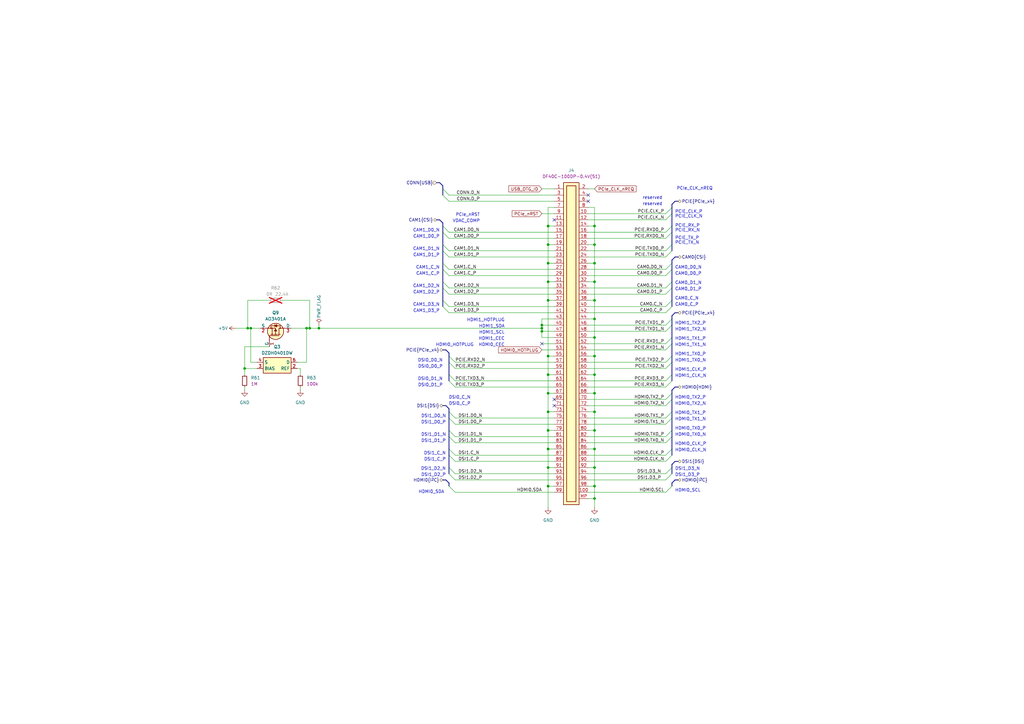
<source format=kicad_sch>
(kicad_sch (version 20230121) (generator eeschema)
  (paper "A3")
  (title_block (title "PolarFire SoM") (date "2024-06-10") (rev "1.1.0") (company "Antmicro Ltd") (comment 1 "www.antmicro.com"))
  (lib_symbols
    (symbol "antmicroB2BConnectors:Plug_Hirose_DF40_2x50_DF40C-100DP-0.4V" (pin_names hide)
      (property "Reference" "J" (at 36.83 0 0))
      (property "MPN" "DF40C-100DP-0.4V(51)" (at 36.83 -2.54 0))
      (symbol "Plug_Hirose_DF40_2x50_DF40C-100DP-0.4V_1_1"
        (rectangle (start 3.81 2.54) (end 10.16 -129.54) (stroke (width 0.254)) (fill (type background)))
        (rectangle (start 5.08 1.27) (end 8.89 -128.27) (stroke (width 0.254)) (fill (type background)))
        (pin passive line (at 0 0 0) (length 3.81) (name "~") (number "1"))
        (pin passive line (at 13.97 -10.16 180) (length 3.81) (name "~") (number "10"))
        (pin passive line (at 13.97 -124.46 180) (length 3.81) (name "~") (number "100"))
        (pin passive line (at 0 -12.7 0) (length 3.81) (name "~") (number "11"))
        (pin passive line (at 13.97 -12.7 180) (length 3.81) (name "~") (number "12"))
        (pin passive line (at 0 -15.24 0) (length 3.81) (name "~") (number "13"))
        (pin passive line (at 13.97 -15.24 180) (length 3.81) (name "~") (number "14"))
        (pin passive line (at 0 -17.78 0) (length 3.81) (name "~") (number "15"))
        (pin passive line (at 13.97 -17.78 180) (length 3.81) (name "~") (number "16"))
        (pin passive line (at 0 -20.32 0) (length 3.81) (name "~") (number "17"))
        (pin passive line (at 13.97 -20.32 180) (length 3.81) (name "~") (number "18"))
        (pin passive line (at 0 -22.86 0) (length 3.81) (name "~") (number "19"))
        (pin passive line (at 13.97 0 180) (length 3.81) (name "~") (number "2"))
        (pin passive line (at 13.97 -22.86 180) (length 3.81) (name "~") (number "20"))
        (pin passive line (at 0 -25.4 0) (length 3.81) (name "~") (number "21"))
        (pin passive line (at 13.97 -25.4 180) (length 3.81) (name "~") (number "22"))
        (pin passive line (at 0 -27.94 0) (length 3.81) (name "~") (number "23"))
        (pin passive line (at 13.97 -27.94 180) (length 3.81) (name "~") (number "24"))
        (pin passive line (at 0 -30.48 0) (length 3.81) (name "~") (number "25"))
        (pin passive line (at 13.97 -30.48 180) (length 3.81) (name "~") (number "26"))
        (pin passive line (at 0 -33.02 0) (length 3.81) (name "~") (number "27"))
        (pin passive line (at 13.97 -33.02 180) (length 3.81) (name "~") (number "28"))
        (pin passive line (at 0 -35.56 0) (length 3.81) (name "~") (number "29"))
        (pin passive line (at 0 -2.54 0) (length 3.81) (name "~") (number "3"))
        (pin passive line (at 13.97 -35.56 180) (length 3.81) (name "~") (number "30"))
        (pin passive line (at 0 -38.1 0) (length 3.81) (name "~") (number "31"))
        (pin passive line (at 13.97 -38.1 180) (length 3.81) (name "~") (number "32"))
        (pin passive line (at 0 -40.64 0) (length 3.81) (name "~") (number "33"))
        (pin passive line (at 13.97 -40.64 180) (length 3.81) (name "~") (number "34"))
        (pin passive line (at 0 -43.18 0) (length 3.81) (name "~") (number "35"))
        (pin passive line (at 13.97 -43.18 180) (length 3.81) (name "~") (number "36"))
        (pin passive line (at 0 -45.72 0) (length 3.81) (name "~") (number "37"))
        (pin passive line (at 13.97 -45.72 180) (length 3.81) (name "~") (number "38"))
        (pin passive line (at 0 -48.26 0) (length 3.81) (name "~") (number "39"))
        (pin passive line (at 13.97 -2.54 180) (length 3.81) (name "~") (number "4"))
        (pin passive line (at 13.97 -48.26 180) (length 3.81) (name "~") (number "40"))
        (pin passive line (at 0 -50.8 0) (length 3.81) (name "~") (number "41"))
        (pin passive line (at 13.97 -50.8 180) (length 3.81) (name "~") (number "42"))
        (pin passive line (at 0 -53.34 0) (length 3.81) (name "~") (number "43"))
        (pin passive line (at 13.97 -53.34 180) (length 3.81) (name "~") (number "44"))
        (pin passive line (at 0 -55.88 0) (length 3.81) (name "~") (number "45"))
        (pin passive line (at 13.97 -55.88 180) (length 3.81) (name "~") (number "46"))
        (pin passive line (at 0 -58.42 0) (length 3.81) (name "~") (number "47"))
        (pin passive line (at 13.97 -58.42 180) (length 3.81) (name "~") (number "48"))
        (pin passive line (at 0 -60.96 0) (length 3.81) (name "~") (number "49"))
        (pin passive line (at 0 -5.08 0) (length 3.81) (name "~") (number "5"))
        (pin passive line (at 13.97 -60.96 180) (length 3.81) (name "~") (number "50"))
        (pin passive line (at 0 -63.5 0) (length 3.81) (name "~") (number "51"))
        (pin passive line (at 13.97 -63.5 180) (length 3.81) (name "~") (number "52"))
        (pin passive line (at 0 -66.04 0) (length 3.81) (name "~") (number "53"))
        (pin passive line (at 13.97 -66.04 180) (length 3.81) (name "~") (number "54"))
        (pin passive line (at 0 -68.58 0) (length 3.81) (name "~") (number "55"))
        (pin passive line (at 13.97 -68.58 180) (length 3.81) (name "~") (number "56"))
        (pin passive line (at 0 -71.12 0) (length 3.81) (name "~") (number "57"))
        (pin passive line (at 13.97 -71.12 180) (length 3.81) (name "~") (number "58"))
        (pin passive line (at 0 -73.66 0) (length 3.81) (name "~") (number "59"))
        (pin passive line (at 13.97 -5.08 180) (length 3.81) (name "~") (number "6"))
        (pin passive line (at 13.97 -73.66 180) (length 3.81) (name "~") (number "60"))
        (pin passive line (at 0 -76.2 0) (length 3.81) (name "~") (number "61"))
        (pin passive line (at 13.97 -76.2 180) (length 3.81) (name "~") (number "62"))
        (pin passive line (at 0 -78.74 0) (length 3.81) (name "~") (number "63"))
        (pin passive line (at 13.97 -78.74 180) (length 3.81) (name "~") (number "64"))
        (pin passive line (at 0 -81.28 0) (length 3.81) (name "~") (number "65"))
        (pin passive line (at 13.97 -81.28 180) (length 3.81) (name "~") (number "66"))
        (pin passive line (at 0 -83.82 0) (length 3.81) (name "~") (number "67"))
        (pin passive line (at 13.97 -83.82 180) (length 3.81) (name "~") (number "68"))
        (pin passive line (at 0 -86.36 0) (length 3.81) (name "~") (number "69"))
        (pin passive line (at 0 -7.62 0) (length 3.81) (name "~") (number "7"))
        (pin passive line (at 13.97 -86.36 180) (length 3.81) (name "~") (number "70"))
        (pin passive line (at 0 -88.9 0) (length 3.81) (name "~") (number "71"))
        (pin passive line (at 13.97 -88.9 180) (length 3.81) (name "~") (number "72"))
        (pin passive line (at 0 -91.44 0) (length 3.81) (name "~") (number "73"))
        (pin passive line (at 13.97 -91.44 180) (length 3.81) (name "~") (number "74"))
        (pin passive line (at 0 -93.98 0) (length 3.81) (name "~") (number "75"))
        (pin passive line (at 13.97 -93.98 180) (length 3.81) (name "~") (number "76"))
        (pin passive line (at 0 -96.52 0) (length 3.81) (name "~") (number "77"))
        (pin passive line (at 13.97 -96.52 180) (length 3.81) (name "~") (number "78"))
        (pin passive line (at 0 -99.06 0) (length 3.81) (name "~") (number "79"))
        (pin passive line (at 13.97 -7.62 180) (length 3.81) (name "~") (number "8"))
        (pin passive line (at 13.97 -99.06 180) (length 3.81) (name "~") (number "80"))
        (pin passive line (at 0 -101.6 0) (length 3.81) (name "~") (number "81"))
        (pin passive line (at 13.97 -101.6 180) (length 3.81) (name "~") (number "82"))
        (pin passive line (at 0 -104.14 0) (length 3.81) (name "~") (number "83"))
        (pin passive line (at 13.97 -104.14 180) (length 3.81) (name "~") (number "84"))
        (pin passive line (at 0 -106.68 0) (length 3.81) (name "~") (number "85"))
        (pin passive line (at 13.97 -106.68 180) (length 3.81) (name "~") (number "86"))
        (pin passive line (at 0 -109.22 0) (length 3.81) (name "~") (number "87"))
        (pin passive line (at 13.97 -109.22 180) (length 3.81) (name "~") (number "88"))
        (pin passive line (at 0 -111.76 0) (length 3.81) (name "~") (number "89"))
        (pin passive line (at 0 -10.16 0) (length 3.81) (name "~") (number "9"))
        (pin passive line (at 13.97 -111.76 180) (length 3.81) (name "~") (number "90"))
        (pin passive line (at 0 -114.3 0) (length 3.81) (name "~") (number "91"))
        (pin passive line (at 13.97 -114.3 180) (length 3.81) (name "~") (number "92"))
        (pin passive line (at 0 -116.84 0) (length 3.81) (name "~") (number "93"))
        (pin passive line (at 13.97 -116.84 180) (length 3.81) (name "~") (number "94"))
        (pin passive line (at 0 -119.38 0) (length 3.81) (name "~") (number "95"))
        (pin passive line (at 13.97 -119.38 180) (length 3.81) (name "~") (number "96"))
        (pin passive line (at 0 -121.92 0) (length 3.81) (name "~") (number "97"))
        (pin passive line (at 13.97 -121.92 180) (length 3.81) (name "~") (number "98"))
        (pin passive line (at 0 -124.46 0) (length 3.81) (name "~") (number "99"))
        (pin passive line (at 13.97 -127 180) (length 3.81) (name "MP") (number "MP"))
      )
    )
    (symbol "antmicroPMICORControllersIdealDiodes:DZDH0401DW"
      (property "Reference" "Q" (at 30.48 -5.08 0))
      (property "MPN" "DZDH0401DW" (at 30.48 -15.24 0))
      (symbol "DZDH0401DW_1_1"
        (rectangle (start 2.54 1.905) (end 13.97 -4.445) (stroke (width 0.254)) (fill (type background)))
        (pin input line (at 0 -2.54 0) (length 2.54) (name "REF") (number "2"))
        (pin output line (at 16.51 -2.54 180) (length 2.54) (name "BIAS") (number "3"))
        (pin power_in line (at 16.51 0 180) (length 2.54) (name "S") (number "4"))
        (pin power_in line (at 0 0 0) (length 2.54) (name "D") (number "6"))
      )
    )
    (symbol "antmicroResistors0402:R_100k_0402" (pin_numbers hide) (pin_names hide)
      (property "Reference" "R" (at 20.32 -5.08 0))
      (property "Val" "100k" (at 20.32 -7.62 0))
      (symbol "R_100k_0402_0_1"
        (rectangle (start 0.635 0.889) (end 4.445 -0.889) (stroke (width 0.254)))
      )
      (symbol "R_100k_0402_1_1"
        (pin passive line (at 0 0 0) (length 0.635) (name "~") (number "1"))
        (pin passive line (at 5.08 0 180) (length 0.635) (name "~") (number "2"))
      )
    )
    (symbol "antmicroResistors0402:R_1M_0402" (pin_numbers hide) (pin_names hide)
      (property "Reference" "R" (at 20.32 -5.08 0))
      (property "Val" "1M" (at 20.32 -7.62 0))
      (symbol "R_1M_0402_0_1"
        (rectangle (start 0.635 0.889) (end 4.445 -0.889) (stroke (width 0.254)))
      )
      (symbol "R_1M_0402_1_1"
        (pin passive line (at 0 0 0) (length 0.635) (name "~") (number "1"))
        (pin passive line (at 5.08 0 180) (length 0.635) (name "~") (number "2"))
      )
    )
    (symbol "antmicroResistors0603:R_0R_22.4A_0603" (pin_numbers hide) (pin_names hide)
      (property "Reference" "R" (at 15.24 -2.54 0))
      (property "Value" "R_0R_22.4A_0603" (at 15.24 -5.08 0))
      (property "Val" "0R" (at 15.24 -7.62 0))
      (property "Max. Curr." "22.4A" (at 15.24 -20.32 0))
      (symbol "R_0R_22.4A_0603_0_1"
        (rectangle (start 0.635 0.889) (end 4.445 -0.889) (stroke (width 0.254)))
      )
      (symbol "R_0R_22.4A_0603_1_1"
        (pin passive line (at 0 0 0) (length 0.635) (name "~") (number "1"))
        (pin passive line (at 5.08 0 180) (length 0.635) (name "~") (number "2"))
      )
    )
    (symbol "antmicroTransistorsFETsMOSFETsSingle:AO3401A" (pin_names (offset 0))
      (property "Reference" "Q" (at 22.86 -6.35 0))
      (property "MPN" "AO3401A" (at 22.86 -16.51 0))
      (symbol "AO3401A_1_1"
        (polyline (pts (xy 5.08 1.143) (xy 5.08 0.635)) (stroke (width 0.254)) (fill (type background)))
        (polyline (pts (xy 5.08 1.143) (xy 5.08 1.651)) (stroke (width 0.254)) (fill (type background)))
        (polyline (pts (xy 5.08 2.54) (xy 5.08 2.032)) (stroke (width 0.254)) (fill (type background)))
        (polyline (pts (xy 5.08 2.54) (xy 5.08 3.048)) (stroke (width 0.254)) (fill (type background)))
        (polyline (pts (xy 5.08 4.445) (xy 5.08 3.429)) (stroke (width 0.254)) (fill (type background)))
        (polyline (pts (xy 7.62 1.143) (xy 5.08 1.143)) (stroke (width 0.254)) (fill (type background)))
        (polyline (pts (xy 9.144 2.2352) (xy 8.128 2.2352)) (stroke (width 0.254)) (fill (type background)))
        (polyline (pts (xy 2.54 0) (xy 4.572 0) (xy 4.572 3.937)) (stroke (width 0.254)))
        (polyline (pts (xy 7.62 -1.27) (xy 7.62 2.54) (xy 5.08 2.54)) (stroke (width 0.254)))
        (polyline (pts (xy 7.62 6.35) (xy 7.62 3.937) (xy 5.08 3.937)) (stroke (width 0.254)))
        (polyline (pts (xy 7.239 2.54) (xy 6.477 3.048) (xy 6.477 2.032) (xy 7.239 2.54)) (stroke (width 0.254)) (fill (type outline)))
        (polyline (pts (xy 8.636 2.286) (xy 8.128 3.048) (xy 9.144 3.048) (xy 8.636 2.286)) (stroke (width 0.254)) (fill (type outline)))
        (polyline (pts (xy 7.493 0.635) (xy 8.636 0.635) (xy 8.636 3.937) (xy 8.636 4.445) (xy 7.493 4.445)) (stroke (width 0.254)) (fill (type background)))
        (circle (center 6.35 2.54) (radius 3.302) (stroke (width 0.254)) (fill (type background)))
        (circle (center 7.62 0.635) (radius 0.127) (stroke (width 0.254)) (fill (type background)))
        (circle (center 7.62 1.143) (radius 0.127) (stroke (width 0.254)) (fill (type background)))
        (circle (center 7.62 4.445) (radius 0.127) (stroke (width 0.254)) (fill (type background)))
        (pin bidirectional line (at 0 0 0) (length 2.54) (name "G") (number "1"))
        (pin bidirectional line (at 7.62 -3.81 90) (length 2.54) (name "S") (number "2"))
        (pin bidirectional line (at 7.62 8.89 270) (length 2.54) (name "D") (number "3"))
      )
    )
    (symbol "antmicropower:+5V" (power) (pin_numbers hide) (pin_names hide)
      (property "Value" "+5V" (at 15.24 -5.08 0))
      (symbol "+5V_1_1"
        (polyline (pts (xy -0.762 1.27) (xy 0 2.54)) (fill (type background)))
        (polyline (pts (xy 0 0) (xy 0 2.54)) (fill (type background)))
        (polyline (pts (xy 0 2.54) (xy 0.762 1.27)) (fill (type background)))
        (pin power_in line (at 0 0 90) (length 0) (name "+5V") (number "1"))
      )
    )
    (symbol "antmicropower:GND" (power) (pin_numbers hide) (pin_names hide)
      (property "Value" "GND" (at 8.89 -5.08 0))
      (symbol "GND_1_1"
        (polyline (pts (xy 0 0) (xy 0 -1.27) (xy 1.27 -1.27) (xy 0 -2.54) (xy -1.27 -1.27) (xy 0 -1.27)))
        (pin power_in line (at 0 0 270) (length 0) (name "GND") (number "1"))
      )
    )
    (symbol "antmicropower:PWR_FLAG" (power) (pin_numbers hide) (pin_names (offset 0) hide)
      (property "Value" "PWR_FLAG" (at 0 3.81 0))
      (symbol "PWR_FLAG_0_0"
        (pin power_out line (at 0 0 90) (length 0) (name "pwr") (number "1"))
      )
      (symbol "PWR_FLAG_0_1"
        (polyline (pts (xy 0 0) (xy 0 1.27) (xy -1.016 1.905) (xy 0 2.54) (xy 1.016 1.905) (xy 0 1.27)))
      )
    )
  )
  (bus_alias "CSI" (members "D0_P" "D0_N" "D1_P" "D1_N" "C_P" "C_N" "D2_P" "D2_N" "D3_P" "D3_N"))
  (bus_alias "DSI" (members "D0_P" "D0_N" "D1_P" "D1_N" "C_P" "C_N" "D2_P" "D2_N" "D3_P" "D3_N"))
  (bus_alias "PCIe_x4" (members "RXD0_P" "RXD0_N" "RXD1_P" "RXD1_N" "RXD2_P" "RXD2_N" "RXD3_P" "RXD3_N" "TXD0_P" "TXD0_N" "TXD1_P" "TXD1_N" "TXD2_P" "TXD2_N" "TXD3_P" "TXD3_N" "CLK_P" "CLK_N"))
  (junction (at 224.79 176.53))
  (junction (at 224.79 92.71))
  (junction (at 243.84 191.77))
  (junction (at 224.79 153.67))
  (junction (at 222.25 135.89))
  (junction (at 224.79 107.95))
  (junction (at 243.84 153.67))
  (junction (at 243.84 204.47))
  (junction (at 224.79 161.29))
  (junction (at 243.84 176.53))
  (junction (at 222.25 133.35))
  (junction (at 130.81 134.62))
  (junction (at 243.84 107.95))
  (junction (at 224.79 191.77))
  (junction (at 224.79 146.05))
  (junction (at 243.84 138.43))
  (junction (at 101.6 134.62))
  (junction (at 127 134.62))
  (junction (at 125.73 134.62))
  (junction (at 243.84 184.15))
  (junction (at 224.79 123.19))
  (junction (at 224.79 115.57))
  (junction (at 243.84 115.57))
  (junction (at 243.84 146.05))
  (junction (at 243.84 168.91))
  (junction (at 224.79 100.33))
  (junction (at 102.87 134.62))
  (junction (at 224.79 168.91))
  (junction (at 224.79 199.39))
  (junction (at 100.33 151.13))
  (junction (at 224.79 184.15))
  (junction (at 243.84 92.71))
  (junction (at 222.25 134.62))
  (junction (at 243.84 161.29))
  (junction (at 243.84 199.39))
  (junction (at 243.84 100.33))
  (junction (at 243.84 123.19))
  (junction (at 243.84 130.81))
  (no_connect (at 222.25 140.97))
  (no_connect (at 227.33 163.83))
  (no_connect (at 227.33 90.17))
  (no_connect (at 241.3 80.01))
  (no_connect (at 241.3 82.55))
  (no_connect (at 227.33 166.37))
  (bus_entry (at 273.05 166.37) (size 2.54 -2.54))
  (bus_entry (at 273.05 102.87) (size 2.54 -2.54))
  (bus_entry (at 273.05 148.59) (size 2.54 -2.54))
  (bus_entry (at 181.61 115.57) (size 2.54 2.54))
  (bus_entry (at 273.05 90.17) (size 2.54 -2.54))
  (bus_entry (at 273.05 173.99) (size 2.54 -2.54))
  (bus_entry (at 273.05 179.07) (size 2.54 -2.54))
  (bus_entry (at 181.61 80.01) (size 2.54 2.54))
  (bus_entry (at 184.15 194.31) (size 2.54 2.54))
  (bus_entry (at 273.05 143.51) (size 2.54 -2.54))
  (bus_entry (at 181.61 123.19) (size 2.54 2.54))
  (bus_entry (at 181.61 118.11) (size 2.54 2.54))
  (bus_entry (at 273.05 135.89) (size 2.54 -2.54))
  (bus_entry (at 273.05 186.69) (size 2.54 -2.54))
  (bus_entry (at 273.05 158.75) (size 2.54 -2.54))
  (bus_entry (at 181.61 77.47) (size 2.54 2.54))
  (bus_entry (at 184.15 168.91) (size 2.54 2.54))
  (bus_entry (at 273.05 105.41) (size 2.54 -2.54))
  (bus_entry (at 181.61 95.25) (size 2.54 2.54))
  (bus_entry (at 273.05 97.79) (size 2.54 -2.54))
  (bus_entry (at 273.05 133.35) (size 2.54 -2.54))
  (bus_entry (at 186.69 151.13) (size -2.54 -2.54))
  (bus_entry (at 186.69 158.75) (size -2.54 -2.54))
  (bus_entry (at 186.69 148.59) (size -2.54 -2.54))
  (bus_entry (at 273.05 189.23) (size 2.54 -2.54))
  (bus_entry (at 275.59 110.49) (size -2.54 2.54))
  (bus_entry (at 275.59 191.77) (size -2.54 2.54))
  (bus_entry (at 275.59 194.31) (size -2.54 2.54))
  (bus_entry (at 275.59 115.57) (size -2.54 2.54))
  (bus_entry (at 273.05 156.21) (size 2.54 -2.54))
  (bus_entry (at 273.05 95.25) (size 2.54 -2.54))
  (bus_entry (at 275.59 123.19) (size -2.54 2.54))
  (bus_entry (at 184.15 186.69) (size 2.54 2.54))
  (bus_entry (at 186.69 201.93) (size -2.54 -2.54))
  (bus_entry (at 184.15 171.45) (size 2.54 2.54))
  (bus_entry (at 184.15 176.53) (size 2.54 2.54))
  (bus_entry (at 184.15 184.15) (size 2.54 2.54))
  (bus_entry (at 273.05 151.13) (size 2.54 -2.54))
  (bus_entry (at 273.05 181.61) (size 2.54 -2.54))
  (bus_entry (at 181.61 92.71) (size 2.54 2.54))
  (bus_entry (at 181.61 102.87) (size 2.54 2.54))
  (bus_entry (at 273.05 140.97) (size 2.54 -2.54))
  (bus_entry (at 275.59 125.73) (size -2.54 2.54))
  (bus_entry (at 181.61 107.95) (size 2.54 2.54))
  (bus_entry (at 275.59 107.95) (size -2.54 2.54))
  (bus_entry (at 181.61 110.49) (size 2.54 2.54))
  (bus_entry (at 273.05 163.83) (size 2.54 -2.54))
  (bus_entry (at 275.59 118.11) (size -2.54 2.54))
  (bus_entry (at 273.05 171.45) (size 2.54 -2.54))
  (bus_entry (at 186.69 156.21) (size -2.54 -2.54))
  (bus_entry (at 184.15 179.07) (size 2.54 2.54))
  (bus_entry (at 273.05 87.63) (size 2.54 -2.54))
  (bus_entry (at 184.15 191.77) (size 2.54 2.54))
  (bus_entry (at 181.61 100.33) (size 2.54 2.54))
  (bus_entry (at 181.61 125.73) (size 2.54 2.54))
  (bus_entry (at 273.05 201.93) (size 2.54 -2.54))
  (bus (pts (xy 181.61 143.51) (xy 182.88 143.51)))
  (wire (pts (xy 222.25 133.35) (xy 227.33 133.35)))
  (wire (pts (xy 243.84 123.19) (xy 243.84 130.81)))
  (wire (pts (xy 184.15 110.49) (xy 227.33 110.49)))
  (bus (pts (xy 275.59 85.09) (xy 275.59 87.63)))
  (bus (pts (xy 276.86 158.75) (xy 278.13 158.75)))
  (wire (pts (xy 241.3 85.09) (xy 243.84 85.09)))
  (bus (pts (xy 181.61 107.95) (xy 181.61 110.49)))
  (wire (pts (xy 224.79 146.05) (xy 224.79 153.67)))
  (wire (pts (xy 241.3 146.05) (xy 243.84 146.05)))
  (bus (pts (xy 184.15 168.91) (xy 184.15 171.45)))
  (bus (pts (xy 275.59 87.63) (xy 275.59 92.71)))
  (wire (pts (xy 222.25 130.81) (xy 227.33 130.81)))
  (wire (pts (xy 127 134.62) (xy 130.81 134.62)))
  (bus (pts (xy 181.61 102.87) (xy 181.61 107.95)))
  (wire (pts (xy 241.3 173.99) (xy 273.05 173.99)))
  (wire (pts (xy 224.79 100.33) (xy 224.79 107.95)))
  (wire (pts (xy 241.3 128.27) (xy 273.05 128.27)))
  (wire (pts (xy 186.69 201.93) (xy 227.33 201.93)))
  (wire (pts (xy 243.84 92.71) (xy 243.84 100.33)))
  (wire (pts (xy 130.81 134.62) (xy 222.25 134.62)))
  (wire (pts (xy 224.79 168.91) (xy 227.33 168.91)))
  (wire (pts (xy 241.3 133.35) (xy 273.05 133.35)))
  (wire (pts (xy 241.3 97.79) (xy 273.05 97.79)))
  (wire (pts (xy 100.33 151.13) (xy 100.33 153.67)))
  (wire (pts (xy 102.87 134.62) (xy 106.68 134.62)))
  (wire (pts (xy 224.79 161.29) (xy 227.33 161.29)))
  (wire (pts (xy 241.3 194.31) (xy 273.05 194.31)))
  (bus (pts (xy 276.86 82.55) (xy 278.13 82.55)))
  (wire (pts (xy 222.25 134.62) (xy 222.25 135.89)))
  (wire (pts (xy 241.3 189.23) (xy 273.05 189.23)))
  (bus (pts (xy 275.59 191.77) (xy 275.59 194.31)))
  (wire (pts (xy 186.69 158.75) (xy 227.33 158.75)))
  (wire (pts (xy 100.33 142.24) (xy 110.49 142.24)))
  (wire (pts (xy 105.41 151.13) (xy 100.33 151.13)))
  (bus (pts (xy 275.59 129.54) (xy 276.86 128.27)))
  (wire (pts (xy 224.79 107.95) (xy 227.33 107.95)))
  (bus (pts (xy 275.59 153.67) (xy 275.59 156.21)))
  (wire (pts (xy 127 123.19) (xy 127 134.62)))
  (wire (pts (xy 184.15 80.01) (xy 227.33 80.01)))
  (wire (pts (xy 241.3 123.19) (xy 243.84 123.19)))
  (wire (pts (xy 241.3 125.73) (xy 273.05 125.73)))
  (bus (pts (xy 275.59 168.91) (xy 275.59 171.45)))
  (bus (pts (xy 275.59 83.82) (xy 276.86 82.55)))
  (wire (pts (xy 243.84 146.05) (xy 243.84 153.67)))
  (wire (pts (xy 241.3 138.43) (xy 243.84 138.43)))
  (wire (pts (xy 241.3 184.15) (xy 243.84 184.15)))
  (bus (pts (xy 181.61 118.11) (xy 181.61 123.19)))
  (wire (pts (xy 241.3 118.11) (xy 273.05 118.11)))
  (wire (pts (xy 243.84 85.09) (xy 243.84 92.71)))
  (bus (pts (xy 275.59 106.68) (xy 275.59 107.95)))
  (wire (pts (xy 243.84 204.47) (xy 243.84 208.28)))
  (wire (pts (xy 186.69 189.23) (xy 227.33 189.23)))
  (wire (pts (xy 224.79 153.67) (xy 227.33 153.67)))
  (bus (pts (xy 275.59 115.57) (xy 275.59 118.11)))
  (bus (pts (xy 275.59 95.25) (xy 275.59 100.33)))
  (wire (pts (xy 241.3 135.89) (xy 273.05 135.89)))
  (wire (pts (xy 224.79 199.39) (xy 227.33 199.39)))
  (bus (pts (xy 275.59 100.33) (xy 275.59 102.87)))
  (bus (pts (xy 181.61 115.57) (xy 181.61 118.11)))
  (bus (pts (xy 275.59 160.02) (xy 276.86 158.75)))
  (wire (pts (xy 224.79 123.19) (xy 224.79 146.05)))
  (wire (pts (xy 241.3 95.25) (xy 273.05 95.25)))
  (wire (pts (xy 241.3 143.51) (xy 273.05 143.51)))
  (wire (pts (xy 224.79 199.39) (xy 224.79 208.28)))
  (bus (pts (xy 184.15 171.45) (xy 184.15 176.53)))
  (bus (pts (xy 275.59 123.19) (xy 275.59 125.73)))
  (bus (pts (xy 181.61 196.85) (xy 182.88 196.85)))
  (wire (pts (xy 224.79 184.15) (xy 224.79 191.77)))
  (wire (pts (xy 241.3 176.53) (xy 243.84 176.53)))
  (wire (pts (xy 241.3 100.33) (xy 243.84 100.33)))
  (wire (pts (xy 186.69 179.07) (xy 227.33 179.07)))
  (wire (pts (xy 241.3 115.57) (xy 243.84 115.57)))
  (bus (pts (xy 181.61 76.2) (xy 181.61 77.47)))
  (wire (pts (xy 224.79 92.71) (xy 227.33 92.71)))
  (wire (pts (xy 184.15 95.25) (xy 227.33 95.25)))
  (wire (pts (xy 184.15 113.03) (xy 227.33 113.03)))
  (wire (pts (xy 125.73 134.62) (xy 127 134.62)))
  (wire (pts (xy 243.84 191.77) (xy 243.84 199.39)))
  (bus (pts (xy 181.61 92.71) (xy 181.61 95.25)))
  (wire (pts (xy 224.79 191.77) (xy 227.33 191.77)))
  (bus (pts (xy 275.59 184.15) (xy 275.59 186.69)))
  (wire (pts (xy 186.69 171.45) (xy 227.33 171.45)))
  (wire (pts (xy 241.3 196.85) (xy 273.05 196.85)))
  (wire (pts (xy 241.3 168.91) (xy 243.84 168.91)))
  (wire (pts (xy 184.15 120.65) (xy 227.33 120.65)))
  (wire (pts (xy 227.33 85.09) (xy 224.79 85.09)))
  (bus (pts (xy 184.15 148.59) (xy 184.15 153.67)))
  (wire (pts (xy 241.3 163.83) (xy 273.05 163.83)))
  (wire (pts (xy 241.3 161.29) (xy 243.84 161.29)))
  (bus (pts (xy 181.61 95.25) (xy 181.61 100.33)))
  (wire (pts (xy 186.69 194.31) (xy 227.33 194.31)))
  (wire (pts (xy 243.84 199.39) (xy 243.84 204.47)))
  (wire (pts (xy 186.69 181.61) (xy 227.33 181.61)))
  (bus (pts (xy 275.59 92.71) (xy 275.59 95.25)))
  (bus (pts (xy 275.59 133.35) (xy 275.59 138.43)))
  (bus (pts (xy 275.59 161.29) (xy 275.59 163.83)))
  (wire (pts (xy 224.79 85.09) (xy 224.79 92.71)))
  (bus (pts (xy 276.86 196.85) (xy 278.13 196.85)))
  (wire (pts (xy 241.3 130.81) (xy 243.84 130.81)))
  (wire (pts (xy 241.3 77.47) (xy 243.84 77.47)))
  (wire (pts (xy 243.84 161.29) (xy 243.84 168.91)))
  (wire (pts (xy 243.84 153.67) (xy 243.84 161.29)))
  (bus (pts (xy 181.61 77.47) (xy 181.61 80.01)))
  (bus (pts (xy 275.59 179.07) (xy 275.59 184.15)))
  (wire (pts (xy 222.25 140.97) (xy 227.33 140.97)))
  (bus (pts (xy 275.59 198.12) (xy 275.59 199.39)))
  (wire (pts (xy 243.84 168.91) (xy 243.84 176.53)))
  (wire (pts (xy 243.84 176.53) (xy 243.84 184.15)))
  (wire (pts (xy 100.33 158.75) (xy 100.33 160.02)))
  (bus (pts (xy 182.88 166.37) (xy 184.15 167.64)))
  (bus (pts (xy 275.59 83.82) (xy 275.59 85.09)))
  (wire (pts (xy 241.3 120.65) (xy 273.05 120.65)))
  (wire (pts (xy 241.3 179.07) (xy 273.05 179.07)))
  (wire (pts (xy 224.79 176.53) (xy 227.33 176.53)))
  (wire (pts (xy 119.38 134.62) (xy 125.73 134.62)))
  (bus (pts (xy 184.15 146.05) (xy 184.15 148.59)))
  (bus (pts (xy 275.59 129.54) (xy 275.59 130.81)))
  (wire (pts (xy 241.3 199.39) (xy 243.84 199.39)))
  (wire (pts (xy 241.3 153.67) (xy 243.84 153.67)))
  (bus (pts (xy 275.59 176.53) (xy 275.59 179.07)))
  (bus (pts (xy 275.59 107.95) (xy 275.59 110.49)))
  (bus (pts (xy 275.59 190.5) (xy 275.59 191.77)))
  (bus (pts (xy 182.88 143.51) (xy 184.15 144.78)))
  (wire (pts (xy 241.3 110.49) (xy 273.05 110.49)))
  (wire (pts (xy 125.73 148.59) (xy 125.73 134.62)))
  (wire (pts (xy 121.92 148.59) (xy 125.73 148.59)))
  (wire (pts (xy 224.79 191.77) (xy 224.79 199.39)))
  (bus (pts (xy 275.59 138.43) (xy 275.59 140.97)))
  (bus (pts (xy 184.15 176.53) (xy 184.15 179.07)))
  (wire (pts (xy 222.25 133.35) (xy 222.25 134.62)))
  (bus (pts (xy 180.34 90.17) (xy 181.61 91.44)))
  (wire (pts (xy 184.15 82.55) (xy 227.33 82.55)))
  (wire (pts (xy 101.6 134.62) (xy 102.87 134.62)))
  (bus (pts (xy 276.86 189.23) (xy 278.13 189.23)))
  (wire (pts (xy 184.15 125.73) (xy 227.33 125.73)))
  (wire (pts (xy 241.3 113.03) (xy 273.05 113.03)))
  (wire (pts (xy 243.84 184.15) (xy 243.84 191.77)))
  (bus (pts (xy 275.59 160.02) (xy 275.59 161.29)))
  (wire (pts (xy 222.25 143.51) (xy 227.33 143.51)))
  (bus (pts (xy 275.59 171.45) (xy 275.59 176.53)))
  (wire (pts (xy 241.3 151.13) (xy 273.05 151.13)))
  (bus (pts (xy 275.59 163.83) (xy 275.59 168.91)))
  (bus (pts (xy 275.59 198.12) (xy 276.86 196.85)))
  (bus (pts (xy 179.07 74.93) (xy 180.34 74.93)))
  (bus (pts (xy 275.59 148.59) (xy 275.59 153.67)))
  (wire (pts (xy 224.79 153.67) (xy 224.79 161.29)))
  (wire (pts (xy 96.52 134.62) (xy 101.6 134.62)))
  (wire (pts (xy 243.84 107.95) (xy 243.84 115.57)))
  (bus (pts (xy 181.61 76.2) (xy 180.34 74.93)))
  (wire (pts (xy 102.87 148.59) (xy 102.87 134.62)))
  (wire (pts (xy 243.84 138.43) (xy 243.84 146.05)))
  (bus (pts (xy 181.61 123.19) (xy 181.61 125.73)))
  (bus (pts (xy 275.59 130.81) (xy 275.59 133.35)))
  (wire (pts (xy 241.3 87.63) (xy 273.05 87.63)))
  (wire (pts (xy 222.25 87.63) (xy 227.33 87.63)))
  (wire (pts (xy 121.92 151.13) (xy 123.19 151.13)))
  (bus (pts (xy 184.15 144.78) (xy 184.15 146.05)))
  (wire (pts (xy 186.69 196.85) (xy 227.33 196.85)))
  (bus (pts (xy 184.15 198.12) (xy 184.15 199.39)))
  (wire (pts (xy 186.69 148.59) (xy 227.33 148.59)))
  (wire (pts (xy 224.79 92.71) (xy 224.79 100.33)))
  (bus (pts (xy 181.61 110.49) (xy 181.61 115.57)))
  (bus (pts (xy 275.59 140.97) (xy 275.59 146.05)))
  (wire (pts (xy 241.3 186.69) (xy 273.05 186.69)))
  (wire (pts (xy 186.69 156.21) (xy 227.33 156.21)))
  (bus (pts (xy 275.59 146.05) (xy 275.59 148.59)))
  (wire (pts (xy 110.49 123.19) (xy 101.6 123.19)))
  (wire (pts (xy 184.15 102.87) (xy 227.33 102.87)))
  (bus (pts (xy 181.61 91.44) (xy 181.61 92.71)))
  (wire (pts (xy 224.79 168.91) (xy 224.79 176.53)))
  (wire (pts (xy 241.3 102.87) (xy 273.05 102.87)))
  (wire (pts (xy 241.3 171.45) (xy 273.05 171.45)))
  (wire (pts (xy 186.69 151.13) (xy 227.33 151.13)))
  (bus (pts (xy 184.15 186.69) (xy 184.15 191.77)))
  (wire (pts (xy 101.6 123.19) (xy 101.6 134.62)))
  (wire (pts (xy 222.25 135.89) (xy 227.33 135.89)))
  (wire (pts (xy 241.3 158.75) (xy 273.05 158.75)))
  (wire (pts (xy 115.57 123.19) (xy 127 123.19)))
  (bus (pts (xy 179.07 90.17) (xy 180.34 90.17)))
  (wire (pts (xy 241.3 140.97) (xy 273.05 140.97)))
  (wire (pts (xy 224.79 115.57) (xy 227.33 115.57)))
  (wire (pts (xy 184.15 118.11) (xy 227.33 118.11)))
  (wire (pts (xy 241.3 191.77) (xy 243.84 191.77)))
  (bus (pts (xy 184.15 191.77) (xy 184.15 194.31)))
  (wire (pts (xy 186.69 173.99) (xy 227.33 173.99)))
  (wire (pts (xy 123.19 158.75) (xy 123.19 160.02)))
  (wire (pts (xy 241.3 92.71) (xy 243.84 92.71)))
  (wire (pts (xy 243.84 115.57) (xy 243.84 123.19)))
  (wire (pts (xy 184.15 128.27) (xy 227.33 128.27)))
  (wire (pts (xy 130.81 133.35) (xy 130.81 134.62)))
  (wire (pts (xy 241.3 148.59) (xy 273.05 148.59)))
  (wire (pts (xy 224.79 100.33) (xy 227.33 100.33)))
  (wire (pts (xy 241.3 107.95) (xy 243.84 107.95)))
  (wire (pts (xy 241.3 105.41) (xy 273.05 105.41)))
  (bus (pts (xy 276.86 128.27) (xy 278.13 128.27)))
  (wire (pts (xy 123.19 151.13) (xy 123.19 153.67)))
  (wire (pts (xy 105.41 148.59) (xy 102.87 148.59)))
  (wire (pts (xy 224.79 176.53) (xy 224.79 184.15)))
  (bus (pts (xy 275.59 110.49) (xy 275.59 115.57)))
  (wire (pts (xy 184.15 105.41) (xy 227.33 105.41)))
  (wire (pts (xy 222.25 138.43) (xy 227.33 138.43)))
  (wire (pts (xy 241.3 204.47) (xy 243.84 204.47)))
  (wire (pts (xy 224.79 184.15) (xy 227.33 184.15)))
  (wire (pts (xy 243.84 130.81) (xy 243.84 138.43)))
  (wire (pts (xy 243.84 100.33) (xy 243.84 107.95)))
  (wire (pts (xy 184.15 97.79) (xy 227.33 97.79)))
  (bus (pts (xy 276.86 105.41) (xy 278.13 105.41)))
  (wire (pts (xy 241.3 181.61) (xy 273.05 181.61)))
  (wire (pts (xy 224.79 161.29) (xy 224.79 168.91)))
  (wire (pts (xy 241.3 166.37) (xy 273.05 166.37)))
  (bus (pts (xy 182.88 196.85) (xy 184.15 198.12)))
  (bus (pts (xy 275.59 118.11) (xy 275.59 123.19)))
  (wire (pts (xy 241.3 90.17) (xy 273.05 90.17)))
  (wire (pts (xy 241.3 156.21) (xy 273.05 156.21)))
  (wire (pts (xy 241.3 201.93) (xy 273.05 201.93)))
  (wire (pts (xy 222.25 135.89) (xy 222.25 138.43)))
  (wire (pts (xy 224.79 107.95) (xy 224.79 115.57)))
  (bus (pts (xy 184.15 167.64) (xy 184.15 168.91)))
  (wire (pts (xy 222.25 77.47) (xy 227.33 77.47)))
  (bus (pts (xy 181.61 100.33) (xy 181.61 102.87)))
  (bus (pts (xy 275.59 190.5) (xy 276.86 189.23)))
  (wire (pts (xy 222.25 130.81) (xy 222.25 133.35)))
  (wire (pts (xy 224.79 146.05) (xy 227.33 146.05)))
  (bus (pts (xy 181.61 166.37) (xy 182.88 166.37)))
  (wire (pts (xy 224.79 115.57) (xy 224.79 123.19)))
  (wire (pts (xy 224.79 123.19) (xy 227.33 123.19)))
  (bus (pts (xy 184.15 153.67) (xy 184.15 156.21)))
  (bus (pts (xy 275.59 106.68) (xy 276.86 105.41)))
  (bus (pts (xy 184.15 179.07) (xy 184.15 184.15)))
  (wire (pts (xy 100.33 151.13) (xy 100.33 142.24)))
  (wire (pts (xy 186.69 186.69) (xy 227.33 186.69)))
  (bus (pts (xy 184.15 184.15) (xy 184.15 186.69)))
  (text "PCIE_TX_P" (at 276.86 98.425 0) (effects (font (size 1.27 1.27)) (justify left bottom)))
  (text "CAM1_D1_P" (at 180.34 105.41 0) (effects (font (size 1.27 1.27)) (justify right bottom)))
  (text "DSI1_D3_P" (at 276.86 195.58 0) (effects (font (size 1.27 1.27)) (justify left bottom)))
  (text "DSI1_D1_P" (at 182.88 181.61 0) (effects (font (size 1.27 1.27)) (justify right bottom)))
  (text "DSI0_C_P" (at 193.04 166.37 0) (effects (font (size 1.27 1.27)) (justify right bottom)))
  (text "DSI1_D1_N" (at 172.72 179.07 0) (effects (font (size 1.27 1.27)) (justify left bottom)))
  (text "DSI0_D0_N" (at 181.61 148.59 0) (effects (font (size 1.27 1.27)) (justify right bottom)))
  (text "HDMI1_SDA" (at 207.01 134.62 0) (effects (font (size 1.27 1.27)) (justify right bottom)))
  (text "CAM1_D1_N" (at 180.34 102.87 0) (effects (font (size 1.27 1.27)) (justify right bottom)))
  (text "DSI0_D1_P" (at 181.61 158.75 0) (effects (font (size 1.27 1.27)) (justify right bottom)))
  (text "HDMI1_CLK_N" (at 276.86 154.94 0) (effects (font (size 1.27 1.27)) (justify left bottom)))
  (text "CAM1_C_N" (at 180.34 110.49 0) (effects (font (size 1.27 1.27)) (justify right bottom)))
  (text "DSI0_D1_N" (at 181.61 156.21 0) (effects (font (size 1.27 1.27)) (justify right bottom)))
  (text "CAM1_C_P" (at 180.34 113.03 0) (effects (font (size 1.27 1.27)) (justify right bottom)))
  (text "HDMI0_TX1_N" (at 276.86 172.72 0) (effects (font (size 1.27 1.27)) (justify left bottom)))
  (text "HDMI0_CLK_P" (at 276.86 182.88 0) (effects (font (size 1.27 1.27)) (justify left bottom)))
  (text "reserved\n" (at 263.525 81.915 0) (effects (font (size 1.27 1.27)) (justify left bottom)))
  (text "HDMI1_TX1_N" (at 276.86 142.24 0) (effects (font (size 1.27 1.27)) (justify left bottom)))
  (text "HDMI1_TX2_P" (at 276.86 133.35 0) (effects (font (size 1.27 1.27)) (justify left bottom)))
  (text "DSI1_D2_P" (at 182.88 195.58 0) (effects (font (size 1.27 1.27)) (justify right bottom)))
  (text "HDMI1_TX1_P" (at 276.86 139.7 0) (effects (font (size 1.27 1.27)) (justify left bottom)))
  (text "HDMI0_TX2_N" (at 276.86 166.37 0) (effects (font (size 1.27 1.27)) (justify left bottom)))
  (text "CAM0_D1_P" (at 276.86 119.38 0) (effects (font (size 1.27 1.27)) (justify left bottom)))
  (text "DSI1_D2_N" (at 182.88 193.04 0) (effects (font (size 1.27 1.27)) (justify right bottom)))
  (text "DSI1_C_P" (at 182.88 189.23 0) (effects (font (size 1.27 1.27)) (justify right bottom)))
  (text "CAM1_D2_P" (at 180.34 120.65 0) (effects (font (size 1.27 1.27)) (justify right bottom)))
  (text "HDMI1_SCL" (at 207.01 137.16 0) (effects (font (size 1.27 1.27)) (justify right bottom)))
  (text "CAM1_D3_N" (at 180.34 125.73 0) (effects (font (size 1.27 1.27)) (justify right bottom)))
  (text "CAM0_D0_P" (at 276.86 113.03 0) (effects (font (size 1.27 1.27)) (justify left bottom)))
  (text "reserved" (at 263.525 84.455 0) (effects (font (size 1.27 1.27)) (justify left bottom)))
  (text "HDMI0_CLK_N" (at 276.86 185.42 0) (effects (font (size 1.27 1.27)) (justify left bottom)))
  (text "PCIe_CLK_nREQ" (at 277.495 78.105 0) (effects (font (size 1.27 1.27)) (justify left bottom)))
  (text "DSI1_D0_N" (at 172.72 171.45 0) (effects (font (size 1.27 1.27)) (justify left bottom)))
  (text "DSI1_D0_P" (at 182.88 173.99 0) (effects (font (size 1.27 1.27)) (justify right bottom)))
  (text "PCIE_CLK_N" (at 276.86 89.535 0) (effects (font (size 1.27 1.27)) (justify left bottom)))
  (text "HDMI0_SDA" (at 182.245 202.565 0) (effects (font (size 1.27 1.27)) (justify right bottom)))
  (text "PCIE_RX_P" (at 276.86 93.345 0) (effects (font (size 1.27 1.27)) (justify left bottom)))
  (text "HDMI0_TX2_P" (at 276.86 163.83 0) (effects (font (size 1.27 1.27)) (justify left bottom)))
  (text "CAM1_D0_P" (at 180.34 97.79 0) (effects (font (size 1.27 1.27)) (justify right bottom)))
  (text "HDMI1_CEC" (at 207.01 139.7 0) (effects (font (size 1.27 1.27)) (justify right bottom)))
  (text "HDMI1_TX0_N" (at 276.86 148.59 0) (effects (font (size 1.27 1.27)) (justify left bottom)))
  (text "PCIE_CLK_P" (at 276.86 87.63 0) (effects (font (size 1.27 1.27)) (justify left bottom)))
  (text "HDMI0_HOTPLUG" (at 194.31 142.24 0) (effects (font (size 1.27 1.27)) (justify right bottom)))
  (text "VDAC_COMP" (at 196.85 91.44 0) (effects (font (size 1.27 1.27)) (justify right bottom)))
  (text "DSI1_D3_N" (at 276.86 193.04 0) (effects (font (size 1.27 1.27)) (justify left bottom)))
  (text "PCIe_nRST" (at 196.85 88.9 0) (effects (font (size 1.27 1.27)) (justify right bottom)))
  (text "CAM1_D3_P" (at 180.34 128.27 0) (effects (font (size 1.27 1.27)) (justify right bottom)))
  (text "DSI0_D0_P" (at 181.61 151.13 0) (effects (font (size 1.27 1.27)) (justify right bottom)))
  (text "HDMI0_CEC" (at 207.01 142.24 0) (effects (font (size 1.27 1.27)) (justify right bottom)))
  (text "PCIE_RX_N" (at 276.86 95.25 0) (effects (font (size 1.27 1.27)) (justify left bottom)))
  (text "DSI1_C_N" (at 182.88 186.69 0) (effects (font (size 1.27 1.27)) (justify right bottom)))
  (text "HDMI0_TX1_P" (at 276.86 170.18 0) (effects (font (size 1.27 1.27)) (justify left bottom)))
  (text "PCIE_TX_N" (at 276.86 100.33 0) (effects (font (size 1.27 1.27)) (justify left bottom)))
  (text "CAM1_D0_N" (at 180.34 95.25 0) (effects (font (size 1.27 1.27)) (justify right bottom)))
  (text "CAM0_D0_N" (at 276.86 110.49 0) (effects (font (size 1.27 1.27)) (justify left bottom)))
  (text "HDMI1_CLK_P" (at 276.86 152.4 0) (effects (font (size 1.27 1.27)) (justify left bottom)))
  (text "HDMI1_HOTPLUG" (at 207.01 132.08 0) (effects (font (size 1.27 1.27)) (justify right bottom)))
  (text "DSI0_C_N" (at 193.04 163.83 0) (effects (font (size 1.27 1.27)) (justify right bottom)))
  (text "HDMI0_TX0_P" (at 276.86 176.53 0) (effects (font (size 1.27 1.27)) (justify left bottom)))
  (text "HDMI1_TX0_P" (at 276.86 146.05 0) (effects (font (size 1.27 1.27)) (justify left bottom)))
  (text "CAM1_D2_N" (at 180.34 118.11 0) (effects (font (size 1.27 1.27)) (justify right bottom)))
  (text "CAM0_C_N" (at 276.86 123.19 0) (effects (font (size 1.27 1.27)) (justify left bottom)))
  (text "HDMI0_SCL" (at 276.86 201.93 0) (effects (font (size 1.27 1.27)) (justify left bottom)))
  (text "HDMI0_TX0_N" (at 276.86 179.07 0) (effects (font (size 1.27 1.27)) (justify left bottom)))
  (text "CAM0_D1_N" (at 276.86 116.84 0) (effects (font (size 1.27 1.27)) (justify left bottom)))
  (text "HDMI1_TX2_N" (at 276.86 135.89 0) (effects (font (size 1.27 1.27)) (justify left bottom)))
  (text "CAM0_C_P" (at 276.86 125.73 0) (effects (font (size 1.27 1.27)) (justify left bottom)))
  (label "CAM0.C_P" (at 271.78 128.27 180))
  (label "CONN.D_P" (at 196.85 82.55 180))
  (label "CAM1.D2_P" (at 186.055 120.65 0))
  (label "HDMI0.SCL" (at 272.415 201.93 180))
  (label "CAM1.C_N" (at 186.055 110.49 0))
  (label "PCIE.RXD1_N" (at 272.415 143.51 180))
  (label "PCIE.TXD3_N" (at 186.69 156.21 0))
  (label "PCIE.TXD2_N" (at 272.415 151.13 180))
  (label "CAM1.C_P" (at 186.055 113.03 0))
  (label "CAM0.D0_N" (at 271.78 110.49 180))
  (label "HDMI0.SDA" (at 222.25 201.93 180))
  (label "DSI1.D0_P" (at 187.96 173.99 0))
  (label "PCIE.TXD1_P" (at 272.415 133.35 180))
  (label "CAM1.D0_N" (at 186.055 95.25 0))
  (label "PCIE.TXD3_P" (at 186.69 158.75 0))
  (label "HDMI0.CLK_N" (at 272.415 189.23 180))
  (label "DSI1.C_N" (at 187.96 186.69 0))
  (label "CAM1.D3_N" (at 186.055 125.73 0))
  (label "DSI1.D2_P" (at 187.96 196.85 0))
  (label "PCIE.RXD1_P" (at 272.415 140.97 180))
  (label "HDMI0.TX2_N" (at 272.415 166.37 180))
  (label "CAM1.D0_P" (at 186.055 97.79 0))
  (label "DSI1.D1_N" (at 187.96 179.07 0))
  (label "CAM0.D1_N" (at 271.78 118.11 180))
  (label "DSI1.D2_N" (at 187.96 194.31 0))
  (label "PCIE.RXD2_P" (at 186.69 151.13 0))
  (label "PCIE.CLK_P" (at 272.415 87.63 180))
  (label "HDMI0.CLK_P" (at 272.415 186.69 180))
  (label "DSI1.C_P" (at 187.96 189.23 0))
  (label "PCIE.TXD0_P" (at 272.415 102.87 180))
  (label "DSI1.D3_P" (at 271.145 196.85 180))
  (label "CAM1.D3_P" (at 186.055 128.27 0))
  (label "HDMI0.TX0_N" (at 272.415 181.61 180))
  (label "CAM0.D0_P" (at 271.78 113.03 180))
  (label "HDMI0.TX0_P" (at 272.415 179.07 180))
  (label "PCIE.RXD3_N" (at 272.415 158.75 180))
  (label "PCIE.TXD0_N" (at 272.415 105.41 180))
  (label "CAM1.D1_P" (at 186.055 105.41 0))
  (label "CAM0.C_N" (at 271.78 125.73 180))
  (label "HDMI0.TX2_P" (at 272.415 163.83 180))
  (label "HDMI0.TX1_P" (at 272.415 171.45 180))
  (label "PCIE.TXD1_N" (at 272.415 135.89 180))
  (label "CONN.D_N" (at 196.85 80.01 180))
  (label "PCIE.RXD2_N" (at 186.69 148.59 0))
  (label "PCIE.TXD2_P" (at 272.415 148.59 180))
  (label "PCIE.RXD0_N" (at 272.415 97.79 180))
  (label "PCIE.CLK_N" (at 272.415 90.17 180))
  (label "HDMI0.TX1_N" (at 272.415 173.99 180))
  (label "PCIE.RXD0_P" (at 272.415 95.25 180))
  (label "CAM1.D1_N" (at 186.055 102.87 0))
  (label "DSI1.D0_N" (at 187.96 171.45 0))
  (label "DSI1.D3_N" (at 271.145 194.31 180))
  (label "CAM0.D1_P" (at 271.78 120.65 180))
  (label "DSI1.D1_P" (at 187.96 181.61 0))
  (label "PCIE.RXD3_P" (at 272.415 156.21 180))
  (label "CAM1.D2_N" (at 186.055 118.11 0))
  (global_label "PCIe_nRST" (shape input) (at 222.25 87.63 180) (property "Intersheetrefs" "${INTERSHEET_REFS}" (at 209.4677 87.63 0) (effects (justify right))))
  (global_label "USB_OTG_ID" (shape input) (at 222.25 77.47 180) (property "Intersheetrefs" "${INTERSHEET_REFS}" (at 208.0767 77.47 0) (effects (justify right))))
  (global_label "PCIe_CLK_nREQ" (shape input) (at 243.84 77.47 0) (property "Intersheetrefs" "${INTERSHEET_REFS}" (at 261.4604 77.47 0) (effects (justify left))))
  (global_label "HDMI0_HOTPLUG" (shape input) (at 222.25 143.51 180) (property "Intersheetrefs" "${INTERSHEET_REFS}" (at 204.4759 143.4306 0) (effects (justify right))))
  (hierarchical_label "DSI1{DSI}" (shape bidirectional) (at 278.13 189.23 0))
  (hierarchical_label "HDMI0{HDMI}" (shape bidirectional) (at 278.13 158.75 0))
  (hierarchical_label "PCIE{PCIe_x4}" (shape bidirectional) (at 278.13 128.27 0))
  (hierarchical_label "CAM0{CSI}" (shape bidirectional) (at 278.13 105.41 0))
  (hierarchical_label "CONN{USB}" (shape input) (at 179.07 74.93 180))
  (hierarchical_label "HDMI0{I^{2}C}" (shape bidirectional) (at 181.61 196.85 180))
  (hierarchical_label "DSI1{DSI}" (shape bidirectional) (at 181.61 166.37 180))
  (hierarchical_label "HDMI0{I^{2}C}" (shape bidirectional) (at 278.13 196.85 0))
  (hierarchical_label "PCIE{PCIe_x4}" (shape bidirectional) (at 181.61 143.51 180))
  (hierarchical_label "CAM1{CSI}" (shape bidirectional) (at 179.07 90.17 180))
  (hierarchical_label "PCIE{PCIe_x4}" (shape bidirectional) (at 278.13 82.55 0))
  (symbol (lib_id "antmicropower:GND") (at 123.19 160.02 0) (unit 1)
    (property "Reference" "#PWR09" (effects hide))
    (property "Value" "GND" (at 123.19 165.1 0))
    (property "Author" "Antmicro" (effects hide))
    (property "License" "Apache-2.0" (effects hide))
  )
  (symbol (lib_id "antmicroResistors0603:R_0R_22.4A_0603") (at 110.49 123.19 0) (unit 1) (dnp yes)
    (property "Reference" "R62" (at 113.03 118.11 0))
    (property "Value" "R_0R_22.4A_0603" (effects hide))
    (property "Footprint" "antmicro-footprints:R_0603_1608Metric" (effects hide))
    (property "Datasheet" "https://fscdn.rohm.com/en/products/databook/datasheet/passive/resistor/chip_resistor/pmr-jpw-e.pdf" (effects hide))
    (property "MPN" "PMR03EZPJ000" (effects hide))
    (property "Manufacturer" "ROHM Semiconductor" (effects hide))
    (property "Val" "0R" (at 110.49 120.65 0))
    (property "Max. Curr." "22.4A" (at 115.57 120.65 0))
    (property "Author" "Antmicro" (effects hide))
    (property "License" "Apache-2.0" (effects hide))
    (property "Tolerance" "template_tolerance" (effects hide))
    (property "DNP" "DNP" (effects hide))
  )
  (symbol (lib_id "antmicroB2BConnectors:Plug_Hirose_DF40_2x50_DF40C-100DP-0.4V") (at 227.33 77.47 0) (unit 1)
    (property "Reference" "J4" (at 234.315 69.85 0))
    (property "Value" "Plug_Hirose_DF40_2x50_DF40C-100DP-0.4V" (effects hide))
    (property "Footprint" "antmicro-footprints:Conn_Plug_Hirose_DF40_2x50_DF40C-100DP-0.4V" (effects hide))
    (property "Datasheet" "https://www.hirose.com/en/product/document?clcode=CL0684-4032-1-51&productname=DF40C-100DP-0.4V(51)&series=DF40&documenttype=2DDrawing&lang=en&documentid=0001001212" (effects hide))
    (property "MPN" "DF40C-100DP-0.4V(51)" (at 234.315 72.39 0))
    (property "Manufacturer" "Hirose Electric" (effects hide))
    (property "Pitch" "0.4 mm" (effects hide))
    (property "Author" "Antmicro" (effects hide))
    (property "License" "Apache-2.0" (effects hide))
  )
  (symbol (lib_id "antmicropower:PWR_FLAG") (at 130.81 133.35 0) (unit 1)
    (property "Reference" "#FLG03" (effects hide))
    (property "Value" "PWR_FLAG" (at 130.81 125.73 90))
  )
  (symbol (lib_id "antmicropower:+5V") (at 96.52 134.62 90) (unit 1)
    (property "Reference" "#PWR02" (effects hide))
    (property "Value" "+5V" (at 91.44 134.62 90))
    (property "Author" "Antmicro" (effects hide))
    (property "License" "Apache-2.0" (effects hide))
  )
  (symbol (lib_id "antmicropower:GND") (at 224.79 208.28 0) (unit 1)
    (property "Reference" "#PWR0214" (effects hide))
    (property "Value" "GND" (at 224.79 213.36 0))
    (property "Author" "Antmicro" (effects hide))
    (property "License" "Apache-2.0" (effects hide))
  )
  (symbol (lib_id "antmicroPMICORControllersIdealDiodes:DZDH0401DW") (at 121.92 148.59 0) (mirror y) (unit 1)
    (property "Reference" "Q3" (at 113.665 142.24 0))
    (property "Value" "DZDH0401DW" (at 113.665 144.78 0))
    (property "Footprint" "antmicro-footprints:SOT-363" (effects hide))
    (property "Datasheet" "https://www.mouser.com/datasheet/2/115/DIOD_S_A0011803041_1-2543705.pdf" (effects hide))
    (property "MPN" "DZDH0401DW" (effects hide))
    (property "Manufacturer" "Diodes Incorporated" (effects hide))
    (property "Author" "Antmicro" (effects hide))
    (property "License" "Apache-2.0" (effects hide))
  )
  (symbol (lib_id "antmicropower:GND") (at 100.33 160.02 0) (unit 1)
    (property "Reference" "#PWR08" (effects hide))
    (property "Value" "GND" (at 100.33 165.1 0))
    (property "Author" "Antmicro" (effects hide))
    (property "License" "Apache-2.0" (effects hide))
  )
  (symbol (lib_id "antmicroResistors0402:R_100k_0402") (at 123.19 158.75 90) (unit 1)
    (property "Reference" "R63" (at 125.73 154.94 90) (effects (justify right)))
    (property "Value" "R_100k_0402" (effects hide))
    (property "Footprint" "antmicro-footprints:R_0402_1005Metric" (effects hide))
    (property "Datasheet" "https://www.bourns.com/docs/product-datasheets/cr.pdf" (effects hide))
    (property "MPN" "CR0402-FX-1003GLF" (effects hide))
    (property "Manufacturer" "Bourns" (effects hide))
    (property "License" "Apache-2.0" (effects hide))
    (property "Author" "Antmicro" (effects hide))
    (property "Val" "100k" (at 125.73 157.48 90) (effects (justify right)))
    (property "Tolerance" "1%" (effects hide))
  )
  (symbol (lib_id "antmicropower:GND") (at 243.84 208.28 0) (unit 1)
    (property "Reference" "#PWR0218" (effects hide))
    (property "Value" "GND" (at 243.84 213.36 0))
    (property "Author" "Antmicro" (effects hide))
    (property "License" "Apache-2.0" (effects hide))
  )
  (symbol (lib_id "antmicroResistors0402:R_1M_0402") (at 100.33 158.75 90) (unit 1)
    (property "Reference" "R61" (at 102.87 154.94 90) (effects (justify right)))
    (property "Value" "R_1M_0402" (effects hide))
    (property "Footprint" "antmicro-footprints:R_0402_1005Metric" (effects hide))
    (property "Datasheet" "https://www.bourns.com/docs/product-datasheets/cr.pdf" (effects hide))
    (property "MPN" "CR0402-FX-1004GLF" (effects hide))
    (property "Manufacturer" "Bourns" (effects hide))
    (property "License" "Apache-2.0" (effects hide))
    (property "Author" "Antmicro" (effects hide))
    (property "Val" "1M" (at 102.87 157.48 90) (effects (justify right)))
    (property "Tolerance" "1%" (effects hide))
  )
  (symbol (lib_id "antmicroTransistorsFETsMOSFETsSingle:AO3401A") (at 110.49 142.24 270) (mirror x) (unit 1)
    (property "Reference" "Q9" (at 113.03 128.27 90))
    (property "Value" "AO3401A" (at 113.03 130.81 90))
    (property "Footprint" "antmicro-footprints:SOT-23-3" (effects hide))
    (property "Datasheet" "http://aosmd.com/res/data_sheets/AO3401A.pdf" (effects hide))
    (property "MPN" "AO3401A" (effects hide))
    (property "Manufacturer" "AOSMD" (effects hide))
    (property "Author" "Antmicro" (effects hide))
    (property "License" "Apache-2.0" (effects hide))
  )
)
</source>
